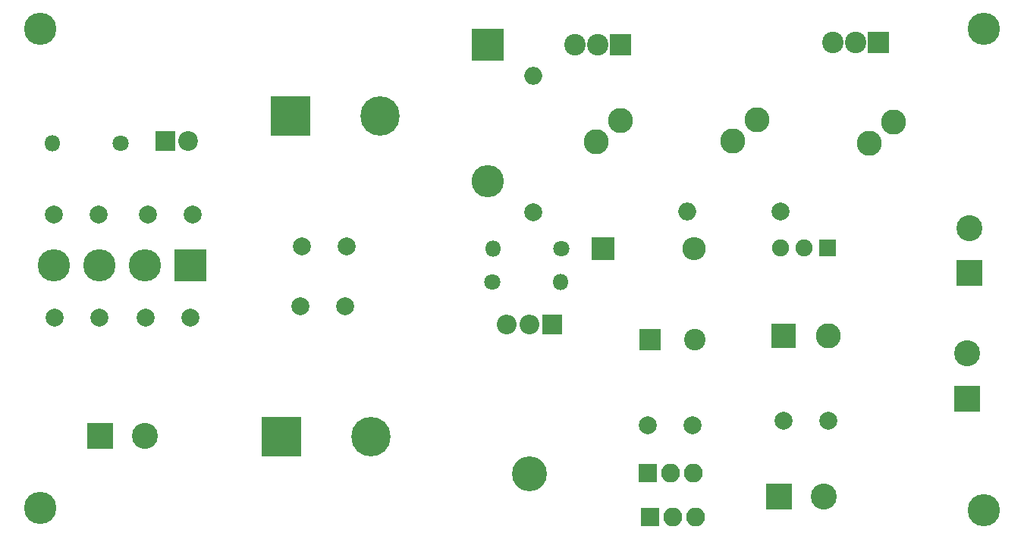
<source format=gbs>
G04 #@! TF.GenerationSoftware,KiCad,Pcbnew,5.0.0-rc1-44a33f2~62~ubuntu16.04.1*
G04 #@! TF.CreationDate,2018-04-02T12:51:17+03:00*
G04 #@! TF.ProjectId,lm317_adj_supply,6C6D3331375F61646A5F737570706C79,rev?*
G04 #@! TF.SameCoordinates,Original*
G04 #@! TF.FileFunction,Soldermask,Bot*
G04 #@! TF.FilePolarity,Negative*
%FSLAX46Y46*%
G04 Gerber Fmt 4.6, Leading zero omitted, Abs format (unit mm)*
G04 Created by KiCad (PCBNEW 5.0.0-rc1-44a33f2~62~ubuntu16.04.1) date Mon Apr  2 12:51:17 2018*
%MOMM*%
%LPD*%
G01*
G04 APERTURE LIST*
%ADD10C,2.000000*%
%ADD11O,2.000000X2.000000*%
%ADD12R,2.800000X2.800000*%
%ADD13C,2.800000*%
%ADD14C,1.900000*%
%ADD15R,1.900000X1.900000*%
%ADD16C,4.400000*%
%ADD17R,4.400000X4.400000*%
%ADD18C,3.600000*%
%ADD19O,2.600000X2.600000*%
%ADD20R,2.600000X2.600000*%
%ADD21R,2.400000X2.400000*%
%ADD22C,2.400000*%
%ADD23R,3.600000X3.600000*%
%ADD24O,3.600000X3.600000*%
%ADD25R,2.200000X2.200000*%
%ADD26C,2.200000*%
%ADD27C,2.900000*%
%ADD28R,2.900000X2.900000*%
%ADD29C,1.800000*%
%ADD30O,1.800000X1.800000*%
%ADD31R,2.100000X2.100000*%
%ADD32O,2.100000X2.100000*%
%ADD33O,3.900000X3.900000*%
%ADD34O,2.200000X2.200000*%
G04 APERTURE END LIST*
D10*
X173574000Y-90400000D03*
D11*
X163160000Y-90400000D03*
X146000000Y-75260000D03*
D10*
X146000000Y-90500000D03*
D12*
X173902500Y-104282500D03*
D13*
X178902500Y-104282500D03*
D14*
X176230000Y-94500000D03*
X173630000Y-94500000D03*
D15*
X178830000Y-94500000D03*
D16*
X128902500Y-79782500D03*
D17*
X118902500Y-79782500D03*
D18*
X196250000Y-123750000D03*
X196250000Y-70000000D03*
X91000000Y-70000000D03*
D19*
X163910000Y-94532500D03*
D20*
X153750000Y-94532500D03*
D10*
X92602500Y-102232500D03*
X97602500Y-102232500D03*
X92502500Y-90782500D03*
X97502500Y-90782500D03*
X102752500Y-102232500D03*
X107752500Y-102232500D03*
X102952500Y-90782500D03*
X107952500Y-90782500D03*
X158750000Y-114282500D03*
X163750000Y-114282500D03*
D21*
X159000000Y-104750000D03*
D22*
X164000000Y-104750000D03*
D10*
X125000000Y-101032500D03*
X120000000Y-101032500D03*
D17*
X117902500Y-115532500D03*
D16*
X127902500Y-115532500D03*
D10*
X178902500Y-113782500D03*
X173902500Y-113782500D03*
X120152500Y-94282500D03*
X125152500Y-94282500D03*
D23*
X140902500Y-71782500D03*
D24*
X140902500Y-87022500D03*
D18*
X92512500Y-96432500D03*
X97592500Y-96432500D03*
X102672500Y-96432500D03*
D23*
X107752500Y-96432500D03*
D25*
X104902500Y-82532500D03*
D26*
X107442500Y-82532500D03*
D27*
X102652500Y-115500000D03*
D28*
X97652500Y-115500000D03*
X194652500Y-97282500D03*
D27*
X194652500Y-92282500D03*
D28*
X194402500Y-111282500D03*
D27*
X194402500Y-106282500D03*
X178402500Y-122282500D03*
D28*
X173402500Y-122282500D03*
D21*
X155750000Y-71750000D03*
D22*
X153210000Y-71750000D03*
X150670000Y-71750000D03*
X179420000Y-71500000D03*
X181960000Y-71500000D03*
D21*
X184500000Y-71500000D03*
D13*
X155700000Y-80282500D03*
X153000000Y-82582500D03*
D29*
X149120000Y-94532500D03*
D30*
X141500000Y-94532500D03*
D29*
X141402500Y-98282500D03*
D30*
X149022500Y-98282500D03*
D13*
X168250000Y-82500000D03*
X170950000Y-80200000D03*
D30*
X92282500Y-82782500D03*
D29*
X99902500Y-82782500D03*
D31*
X158750000Y-119582500D03*
D32*
X161290000Y-119582500D03*
X163830000Y-119582500D03*
X164080000Y-124500000D03*
X161540000Y-124500000D03*
D31*
X159000000Y-124500000D03*
D33*
X145612500Y-119692500D03*
D25*
X148152500Y-103032500D03*
D34*
X145612500Y-103032500D03*
X143072500Y-103032500D03*
D13*
X183500000Y-82750000D03*
X186200000Y-80450000D03*
D18*
X91000000Y-123500000D03*
M02*

</source>
